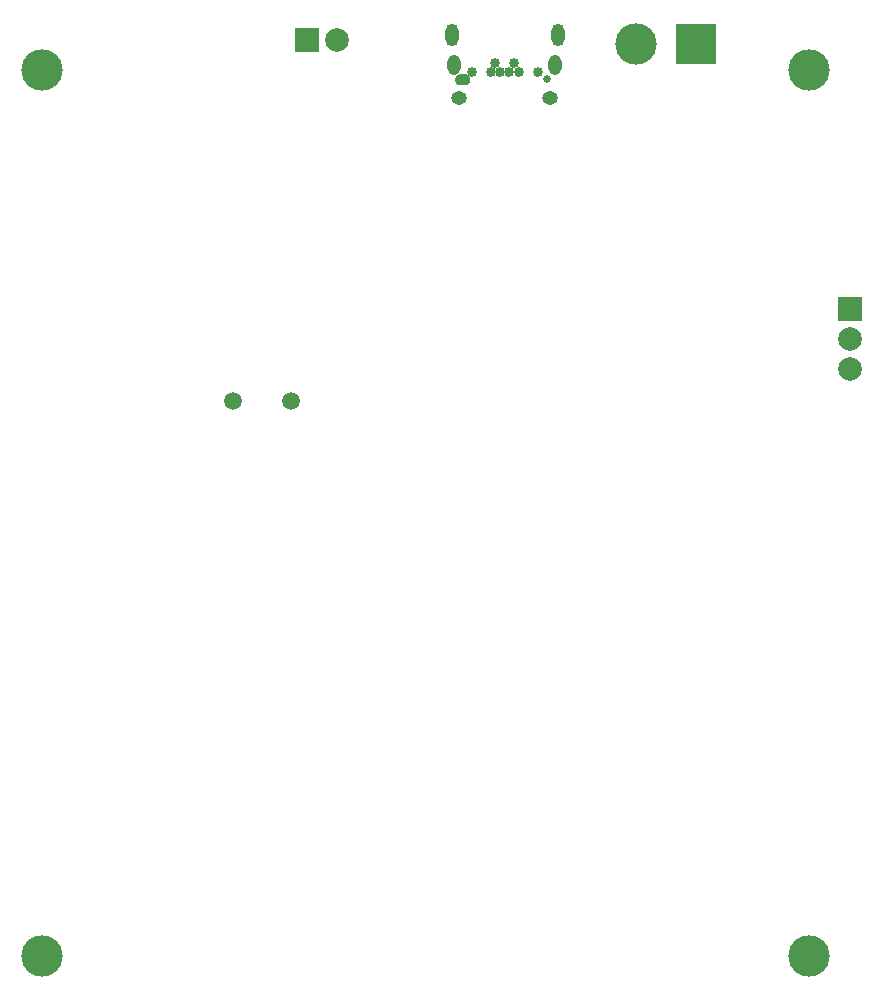
<source format=gbs>
%TF.GenerationSoftware,KiCad,Pcbnew,9.0.1*%
%TF.CreationDate,2025-04-14T20:06:37-03:00*%
%TF.ProjectId,SRAD_computer,53524144-5f63-46f6-9d70-757465722e6b,rev?*%
%TF.SameCoordinates,Original*%
%TF.FileFunction,Soldermask,Bot*%
%TF.FilePolarity,Negative*%
%FSLAX46Y46*%
G04 Gerber Fmt 4.6, Leading zero omitted, Abs format (unit mm)*
G04 Created by KiCad (PCBNEW 9.0.1) date 2025-04-14 20:06:37*
%MOMM*%
%LPD*%
G01*
G04 APERTURE LIST*
%ADD10C,0.010000*%
%ADD11C,0.650000*%
%ADD12C,0.854000*%
%ADD13O,1.104000X1.904000*%
%ADD14O,1.104000X1.704000*%
%ADD15O,1.354000X1.104000*%
%ADD16C,1.500000*%
%ADD17R,2.000000X2.000000*%
%ADD18C,2.000000*%
%ADD19C,3.500000*%
%ADD20R,3.500000X3.500000*%
G04 APERTURE END LIST*
D10*
%TO.C,J7*%
X99177000Y-43216000D02*
X99199000Y-43217000D01*
X99221000Y-43220000D01*
X99243000Y-43224000D01*
X99265000Y-43229000D01*
X99286000Y-43236000D01*
X99307000Y-43243000D01*
X99328000Y-43252000D01*
X99348000Y-43261000D01*
X99368000Y-43272000D01*
X99386000Y-43284000D01*
X99405000Y-43296000D01*
X99422000Y-43310000D01*
X99439000Y-43324000D01*
X99456000Y-43339000D01*
X99471000Y-43356000D01*
X99485000Y-43373000D01*
X99499000Y-43390000D01*
X99511000Y-43409000D01*
X99523000Y-43428000D01*
X99534000Y-43447000D01*
X99543000Y-43467000D01*
X99552000Y-43488000D01*
X99559000Y-43509000D01*
X99566000Y-43530000D01*
X99571000Y-43552000D01*
X99575000Y-43574000D01*
X99578000Y-43596000D01*
X99579000Y-43618000D01*
X99580000Y-43640000D01*
X99579000Y-43662000D01*
X99578000Y-43684000D01*
X99575000Y-43706000D01*
X99571000Y-43728000D01*
X99566000Y-43750000D01*
X99559000Y-43771000D01*
X99552000Y-43792000D01*
X99543000Y-43813000D01*
X99534000Y-43833000D01*
X99523000Y-43852000D01*
X99511000Y-43871000D01*
X99499000Y-43890000D01*
X99485000Y-43907000D01*
X99471000Y-43924000D01*
X99456000Y-43941000D01*
X99439000Y-43956000D01*
X99422000Y-43970000D01*
X99405000Y-43984000D01*
X99386000Y-43996000D01*
X99368000Y-44008000D01*
X99348000Y-44019000D01*
X99328000Y-44028000D01*
X99307000Y-44037000D01*
X99286000Y-44044000D01*
X99265000Y-44051000D01*
X99243000Y-44056000D01*
X99221000Y-44060000D01*
X99199000Y-44063000D01*
X99177000Y-44064000D01*
X99155000Y-44065000D01*
X98805000Y-44065000D01*
X98783000Y-44064000D01*
X98761000Y-44063000D01*
X98739000Y-44060000D01*
X98717000Y-44056000D01*
X98695000Y-44051000D01*
X98674000Y-44044000D01*
X98653000Y-44037000D01*
X98632000Y-44028000D01*
X98612000Y-44019000D01*
X98593000Y-44008000D01*
X98574000Y-43996000D01*
X98555000Y-43984000D01*
X98538000Y-43970000D01*
X98521000Y-43956000D01*
X98504000Y-43941000D01*
X98489000Y-43924000D01*
X98475000Y-43907000D01*
X98461000Y-43890000D01*
X98449000Y-43871000D01*
X98437000Y-43852000D01*
X98426000Y-43833000D01*
X98417000Y-43813000D01*
X98408000Y-43792000D01*
X98401000Y-43771000D01*
X98394000Y-43750000D01*
X98389000Y-43728000D01*
X98385000Y-43706000D01*
X98382000Y-43684000D01*
X98381000Y-43662000D01*
X98380000Y-43640000D01*
X98381000Y-43618000D01*
X98382000Y-43596000D01*
X98385000Y-43574000D01*
X98389000Y-43552000D01*
X98394000Y-43530000D01*
X98401000Y-43509000D01*
X98408000Y-43488000D01*
X98417000Y-43467000D01*
X98426000Y-43447000D01*
X98437000Y-43428000D01*
X98449000Y-43409000D01*
X98461000Y-43390000D01*
X98475000Y-43373000D01*
X98489000Y-43356000D01*
X98504000Y-43339000D01*
X98521000Y-43324000D01*
X98538000Y-43310000D01*
X98555000Y-43296000D01*
X98574000Y-43284000D01*
X98593000Y-43272000D01*
X98612000Y-43261000D01*
X98632000Y-43252000D01*
X98653000Y-43243000D01*
X98674000Y-43236000D01*
X98695000Y-43229000D01*
X98717000Y-43224000D01*
X98739000Y-43220000D01*
X98761000Y-43217000D01*
X98783000Y-43216000D01*
X98805000Y-43215000D01*
X99155000Y-43215000D01*
X99177000Y-43216000D01*
G36*
X99177000Y-43216000D02*
G01*
X99199000Y-43217000D01*
X99221000Y-43220000D01*
X99243000Y-43224000D01*
X99265000Y-43229000D01*
X99286000Y-43236000D01*
X99307000Y-43243000D01*
X99328000Y-43252000D01*
X99348000Y-43261000D01*
X99368000Y-43272000D01*
X99386000Y-43284000D01*
X99405000Y-43296000D01*
X99422000Y-43310000D01*
X99439000Y-43324000D01*
X99456000Y-43339000D01*
X99471000Y-43356000D01*
X99485000Y-43373000D01*
X99499000Y-43390000D01*
X99511000Y-43409000D01*
X99523000Y-43428000D01*
X99534000Y-43447000D01*
X99543000Y-43467000D01*
X99552000Y-43488000D01*
X99559000Y-43509000D01*
X99566000Y-43530000D01*
X99571000Y-43552000D01*
X99575000Y-43574000D01*
X99578000Y-43596000D01*
X99579000Y-43618000D01*
X99580000Y-43640000D01*
X99579000Y-43662000D01*
X99578000Y-43684000D01*
X99575000Y-43706000D01*
X99571000Y-43728000D01*
X99566000Y-43750000D01*
X99559000Y-43771000D01*
X99552000Y-43792000D01*
X99543000Y-43813000D01*
X99534000Y-43833000D01*
X99523000Y-43852000D01*
X99511000Y-43871000D01*
X99499000Y-43890000D01*
X99485000Y-43907000D01*
X99471000Y-43924000D01*
X99456000Y-43941000D01*
X99439000Y-43956000D01*
X99422000Y-43970000D01*
X99405000Y-43984000D01*
X99386000Y-43996000D01*
X99368000Y-44008000D01*
X99348000Y-44019000D01*
X99328000Y-44028000D01*
X99307000Y-44037000D01*
X99286000Y-44044000D01*
X99265000Y-44051000D01*
X99243000Y-44056000D01*
X99221000Y-44060000D01*
X99199000Y-44063000D01*
X99177000Y-44064000D01*
X99155000Y-44065000D01*
X98805000Y-44065000D01*
X98783000Y-44064000D01*
X98761000Y-44063000D01*
X98739000Y-44060000D01*
X98717000Y-44056000D01*
X98695000Y-44051000D01*
X98674000Y-44044000D01*
X98653000Y-44037000D01*
X98632000Y-44028000D01*
X98612000Y-44019000D01*
X98593000Y-44008000D01*
X98574000Y-43996000D01*
X98555000Y-43984000D01*
X98538000Y-43970000D01*
X98521000Y-43956000D01*
X98504000Y-43941000D01*
X98489000Y-43924000D01*
X98475000Y-43907000D01*
X98461000Y-43890000D01*
X98449000Y-43871000D01*
X98437000Y-43852000D01*
X98426000Y-43833000D01*
X98417000Y-43813000D01*
X98408000Y-43792000D01*
X98401000Y-43771000D01*
X98394000Y-43750000D01*
X98389000Y-43728000D01*
X98385000Y-43706000D01*
X98382000Y-43684000D01*
X98381000Y-43662000D01*
X98380000Y-43640000D01*
X98381000Y-43618000D01*
X98382000Y-43596000D01*
X98385000Y-43574000D01*
X98389000Y-43552000D01*
X98394000Y-43530000D01*
X98401000Y-43509000D01*
X98408000Y-43488000D01*
X98417000Y-43467000D01*
X98426000Y-43447000D01*
X98437000Y-43428000D01*
X98449000Y-43409000D01*
X98461000Y-43390000D01*
X98475000Y-43373000D01*
X98489000Y-43356000D01*
X98504000Y-43339000D01*
X98521000Y-43324000D01*
X98538000Y-43310000D01*
X98555000Y-43296000D01*
X98574000Y-43284000D01*
X98593000Y-43272000D01*
X98612000Y-43261000D01*
X98632000Y-43252000D01*
X98653000Y-43243000D01*
X98674000Y-43236000D01*
X98695000Y-43229000D01*
X98717000Y-43224000D01*
X98739000Y-43220000D01*
X98761000Y-43217000D01*
X98783000Y-43216000D01*
X98805000Y-43215000D01*
X99155000Y-43215000D01*
X99177000Y-43216000D01*
G37*
%TD*%
D11*
%TO.C,J7*%
X106180000Y-43640000D03*
X98980000Y-43640000D03*
D12*
X99780000Y-42990000D03*
X101380000Y-42990000D03*
X101780000Y-42290000D03*
X102180000Y-42990000D03*
X102980000Y-42990000D03*
X103380000Y-42290000D03*
X103780000Y-42990000D03*
X105380000Y-42990000D03*
D13*
X107080000Y-39870000D03*
D14*
X106855000Y-42390000D03*
D15*
X106425000Y-45190000D03*
X98735000Y-45190000D03*
D14*
X98305000Y-42390000D03*
D13*
X98080000Y-39870000D03*
%TD*%
D16*
%TO.C,Y1*%
X79590000Y-70882984D03*
X84470000Y-70882984D03*
%TD*%
D17*
%TO.C,J5*%
X131810000Y-63105000D03*
D18*
X131810000Y-65645000D03*
X131810000Y-68185000D03*
%TD*%
D17*
%TO.C,J1*%
X85860000Y-40270000D03*
D18*
X88400000Y-40270000D03*
%TD*%
D19*
%TO.C,H2*%
X128380000Y-42822984D03*
%TD*%
%TO.C,H1*%
X63380000Y-42822984D03*
%TD*%
%TO.C,H4*%
X63380000Y-117822984D03*
%TD*%
%TO.C,H3*%
X128380000Y-117822984D03*
%TD*%
D20*
%TO.C,J4*%
X118770000Y-40642836D03*
D19*
X113690000Y-40642836D03*
%TD*%
M02*

</source>
